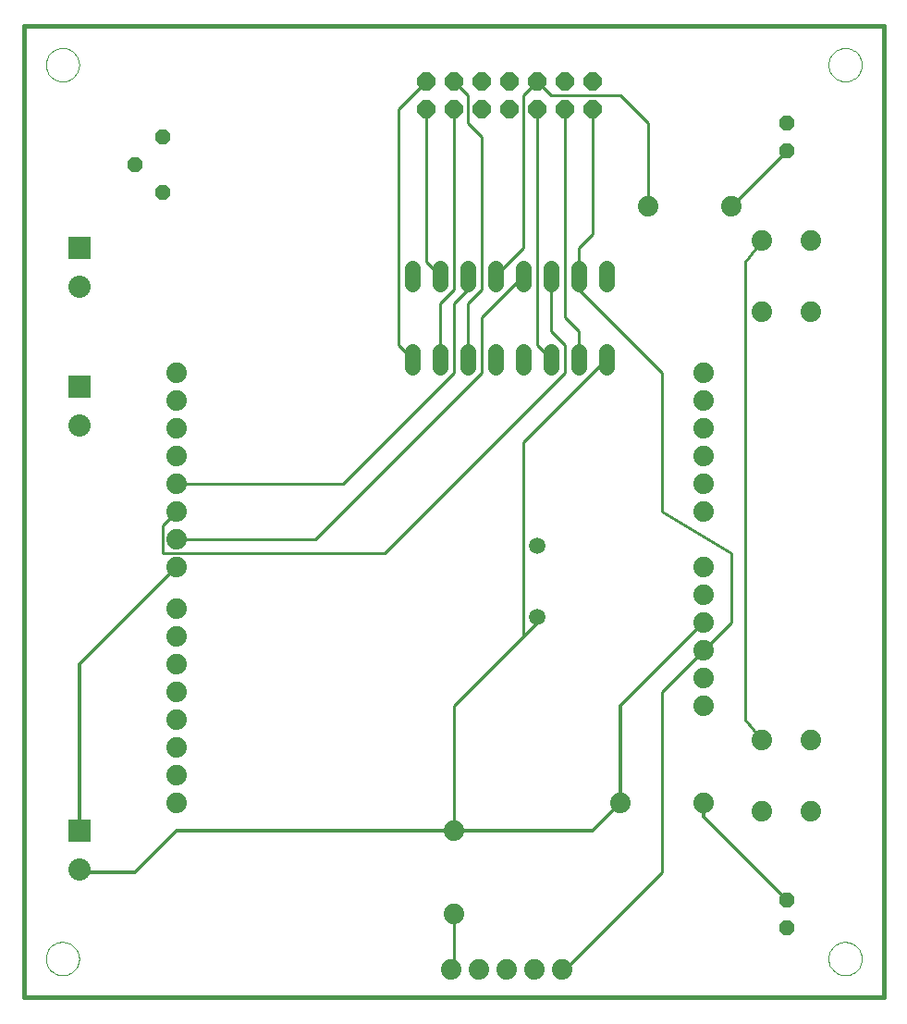
<source format=gtl>
G75*
G70*
%OFA0B0*%
%FSLAX24Y24*%
%IPPOS*%
%LPD*%
%AMOC8*
5,1,8,0,0,1.08239X$1,22.5*
%
%ADD10C,0.0160*%
%ADD11C,0.0740*%
%ADD12R,0.0800X0.0800*%
%ADD13C,0.0800*%
%ADD14OC8,0.0560*%
%ADD15C,0.0594*%
%ADD16C,0.0560*%
%ADD17OC8,0.0640*%
%ADD18C,0.0000*%
%ADD19C,0.0100*%
%ADD20C,0.0120*%
D10*
X000181Y000189D02*
X031181Y000189D01*
X031181Y035189D01*
X000181Y035189D01*
X000181Y000189D01*
D11*
X005681Y007189D03*
X005681Y008189D03*
X005681Y009189D03*
X005681Y010189D03*
X005681Y011189D03*
X005681Y012189D03*
X005681Y013189D03*
X005681Y014189D03*
X005681Y015689D03*
X005681Y016689D03*
X005681Y017689D03*
X005681Y018689D03*
X005681Y019689D03*
X005681Y020689D03*
X005681Y021689D03*
X005681Y022689D03*
X015681Y006189D03*
X015681Y003189D03*
X015575Y001189D03*
X016575Y001189D03*
X017575Y001189D03*
X018575Y001189D03*
X019575Y001189D03*
X021681Y007189D03*
X024681Y007189D03*
X026791Y006909D03*
X028571Y006909D03*
X028571Y009469D03*
X026791Y009469D03*
X024681Y010689D03*
X024681Y011689D03*
X024681Y012689D03*
X024681Y013689D03*
X024681Y014689D03*
X024681Y015689D03*
X024681Y017689D03*
X024681Y018689D03*
X024681Y019689D03*
X024681Y020689D03*
X024681Y021689D03*
X024681Y022689D03*
X026791Y024909D03*
X028571Y024909D03*
X028571Y027469D03*
X026791Y027469D03*
X025681Y028689D03*
X022681Y028689D03*
D12*
X002181Y027189D03*
X002181Y022189D03*
X002181Y006189D03*
D13*
X002181Y004811D03*
X002181Y020811D03*
X002181Y025811D03*
D14*
X005181Y029189D03*
X004181Y030189D03*
X005181Y031189D03*
X027681Y030689D03*
X027681Y031689D03*
X027681Y003689D03*
X027681Y002689D03*
D15*
X018681Y013910D03*
X018681Y016469D03*
D16*
X018181Y022909D02*
X018181Y023469D01*
X017181Y023469D02*
X017181Y022909D01*
X016181Y022909D02*
X016181Y023469D01*
X015181Y023469D02*
X015181Y022909D01*
X014181Y022909D02*
X014181Y023469D01*
X014181Y025909D02*
X014181Y026469D01*
X015181Y026469D02*
X015181Y025909D01*
X016181Y025909D02*
X016181Y026469D01*
X017181Y026469D02*
X017181Y025909D01*
X018181Y025909D02*
X018181Y026469D01*
X019181Y026469D02*
X019181Y025909D01*
X020181Y025909D02*
X020181Y026469D01*
X021181Y026469D02*
X021181Y025909D01*
X021181Y023469D02*
X021181Y022909D01*
X020181Y022909D02*
X020181Y023469D01*
X019181Y023469D02*
X019181Y022909D01*
D17*
X018681Y032189D03*
X017681Y032189D03*
X016681Y032189D03*
X015681Y032189D03*
X014681Y032189D03*
X014681Y033189D03*
X015681Y033189D03*
X016681Y033189D03*
X017681Y033189D03*
X018681Y033189D03*
X019681Y033189D03*
X019681Y032189D03*
X020681Y032189D03*
X020681Y033189D03*
D18*
X029188Y033796D02*
X029190Y033845D01*
X029196Y033893D01*
X029206Y033941D01*
X029220Y033988D01*
X029237Y034034D01*
X029258Y034078D01*
X029283Y034120D01*
X029311Y034160D01*
X029343Y034198D01*
X029377Y034233D01*
X029414Y034265D01*
X029453Y034294D01*
X029495Y034320D01*
X029539Y034342D01*
X029584Y034360D01*
X029631Y034375D01*
X029678Y034386D01*
X029727Y034393D01*
X029776Y034396D01*
X029825Y034395D01*
X029873Y034390D01*
X029922Y034381D01*
X029969Y034368D01*
X030015Y034351D01*
X030059Y034331D01*
X030102Y034307D01*
X030143Y034280D01*
X030181Y034249D01*
X030217Y034216D01*
X030249Y034180D01*
X030279Y034141D01*
X030306Y034100D01*
X030329Y034056D01*
X030348Y034011D01*
X030364Y033965D01*
X030376Y033918D01*
X030384Y033869D01*
X030388Y033820D01*
X030388Y033772D01*
X030384Y033723D01*
X030376Y033674D01*
X030364Y033627D01*
X030348Y033581D01*
X030329Y033536D01*
X030306Y033492D01*
X030279Y033451D01*
X030249Y033412D01*
X030217Y033376D01*
X030181Y033343D01*
X030143Y033312D01*
X030102Y033285D01*
X030059Y033261D01*
X030015Y033241D01*
X029969Y033224D01*
X029922Y033211D01*
X029873Y033202D01*
X029825Y033197D01*
X029776Y033196D01*
X029727Y033199D01*
X029678Y033206D01*
X029631Y033217D01*
X029584Y033232D01*
X029539Y033250D01*
X029495Y033272D01*
X029453Y033298D01*
X029414Y033327D01*
X029377Y033359D01*
X029343Y033394D01*
X029311Y033432D01*
X029283Y033472D01*
X029258Y033514D01*
X029237Y033558D01*
X029220Y033604D01*
X029206Y033651D01*
X029196Y033699D01*
X029190Y033747D01*
X029188Y033796D01*
X000975Y033796D02*
X000977Y033845D01*
X000983Y033893D01*
X000993Y033941D01*
X001007Y033988D01*
X001024Y034034D01*
X001045Y034078D01*
X001070Y034120D01*
X001098Y034160D01*
X001130Y034198D01*
X001164Y034233D01*
X001201Y034265D01*
X001240Y034294D01*
X001282Y034320D01*
X001326Y034342D01*
X001371Y034360D01*
X001418Y034375D01*
X001465Y034386D01*
X001514Y034393D01*
X001563Y034396D01*
X001612Y034395D01*
X001660Y034390D01*
X001709Y034381D01*
X001756Y034368D01*
X001802Y034351D01*
X001846Y034331D01*
X001889Y034307D01*
X001930Y034280D01*
X001968Y034249D01*
X002004Y034216D01*
X002036Y034180D01*
X002066Y034141D01*
X002093Y034100D01*
X002116Y034056D01*
X002135Y034011D01*
X002151Y033965D01*
X002163Y033918D01*
X002171Y033869D01*
X002175Y033820D01*
X002175Y033772D01*
X002171Y033723D01*
X002163Y033674D01*
X002151Y033627D01*
X002135Y033581D01*
X002116Y033536D01*
X002093Y033492D01*
X002066Y033451D01*
X002036Y033412D01*
X002004Y033376D01*
X001968Y033343D01*
X001930Y033312D01*
X001889Y033285D01*
X001846Y033261D01*
X001802Y033241D01*
X001756Y033224D01*
X001709Y033211D01*
X001660Y033202D01*
X001612Y033197D01*
X001563Y033196D01*
X001514Y033199D01*
X001465Y033206D01*
X001418Y033217D01*
X001371Y033232D01*
X001326Y033250D01*
X001282Y033272D01*
X001240Y033298D01*
X001201Y033327D01*
X001164Y033359D01*
X001130Y033394D01*
X001098Y033432D01*
X001070Y033472D01*
X001045Y033514D01*
X001024Y033558D01*
X001007Y033604D01*
X000993Y033651D01*
X000983Y033699D01*
X000977Y033747D01*
X000975Y033796D01*
X000975Y001583D02*
X000977Y001632D01*
X000983Y001680D01*
X000993Y001728D01*
X001007Y001775D01*
X001024Y001821D01*
X001045Y001865D01*
X001070Y001907D01*
X001098Y001947D01*
X001130Y001985D01*
X001164Y002020D01*
X001201Y002052D01*
X001240Y002081D01*
X001282Y002107D01*
X001326Y002129D01*
X001371Y002147D01*
X001418Y002162D01*
X001465Y002173D01*
X001514Y002180D01*
X001563Y002183D01*
X001612Y002182D01*
X001660Y002177D01*
X001709Y002168D01*
X001756Y002155D01*
X001802Y002138D01*
X001846Y002118D01*
X001889Y002094D01*
X001930Y002067D01*
X001968Y002036D01*
X002004Y002003D01*
X002036Y001967D01*
X002066Y001928D01*
X002093Y001887D01*
X002116Y001843D01*
X002135Y001798D01*
X002151Y001752D01*
X002163Y001705D01*
X002171Y001656D01*
X002175Y001607D01*
X002175Y001559D01*
X002171Y001510D01*
X002163Y001461D01*
X002151Y001414D01*
X002135Y001368D01*
X002116Y001323D01*
X002093Y001279D01*
X002066Y001238D01*
X002036Y001199D01*
X002004Y001163D01*
X001968Y001130D01*
X001930Y001099D01*
X001889Y001072D01*
X001846Y001048D01*
X001802Y001028D01*
X001756Y001011D01*
X001709Y000998D01*
X001660Y000989D01*
X001612Y000984D01*
X001563Y000983D01*
X001514Y000986D01*
X001465Y000993D01*
X001418Y001004D01*
X001371Y001019D01*
X001326Y001037D01*
X001282Y001059D01*
X001240Y001085D01*
X001201Y001114D01*
X001164Y001146D01*
X001130Y001181D01*
X001098Y001219D01*
X001070Y001259D01*
X001045Y001301D01*
X001024Y001345D01*
X001007Y001391D01*
X000993Y001438D01*
X000983Y001486D01*
X000977Y001534D01*
X000975Y001583D01*
X029188Y001583D02*
X029190Y001632D01*
X029196Y001680D01*
X029206Y001728D01*
X029220Y001775D01*
X029237Y001821D01*
X029258Y001865D01*
X029283Y001907D01*
X029311Y001947D01*
X029343Y001985D01*
X029377Y002020D01*
X029414Y002052D01*
X029453Y002081D01*
X029495Y002107D01*
X029539Y002129D01*
X029584Y002147D01*
X029631Y002162D01*
X029678Y002173D01*
X029727Y002180D01*
X029776Y002183D01*
X029825Y002182D01*
X029873Y002177D01*
X029922Y002168D01*
X029969Y002155D01*
X030015Y002138D01*
X030059Y002118D01*
X030102Y002094D01*
X030143Y002067D01*
X030181Y002036D01*
X030217Y002003D01*
X030249Y001967D01*
X030279Y001928D01*
X030306Y001887D01*
X030329Y001843D01*
X030348Y001798D01*
X030364Y001752D01*
X030376Y001705D01*
X030384Y001656D01*
X030388Y001607D01*
X030388Y001559D01*
X030384Y001510D01*
X030376Y001461D01*
X030364Y001414D01*
X030348Y001368D01*
X030329Y001323D01*
X030306Y001279D01*
X030279Y001238D01*
X030249Y001199D01*
X030217Y001163D01*
X030181Y001130D01*
X030143Y001099D01*
X030102Y001072D01*
X030059Y001048D01*
X030015Y001028D01*
X029969Y001011D01*
X029922Y000998D01*
X029873Y000989D01*
X029825Y000984D01*
X029776Y000983D01*
X029727Y000986D01*
X029678Y000993D01*
X029631Y001004D01*
X029584Y001019D01*
X029539Y001037D01*
X029495Y001059D01*
X029453Y001085D01*
X029414Y001114D01*
X029377Y001146D01*
X029343Y001181D01*
X029311Y001219D01*
X029283Y001259D01*
X029258Y001301D01*
X029237Y001345D01*
X029220Y001391D01*
X029206Y001438D01*
X029196Y001486D01*
X029190Y001534D01*
X029188Y001583D01*
D19*
X023181Y004689D02*
X019681Y001189D01*
X019575Y001189D01*
X023181Y004689D02*
X023181Y011189D01*
X024681Y012689D01*
X025681Y013689D01*
X025681Y016189D01*
X023181Y017689D01*
X023181Y022689D01*
X020181Y025689D01*
X020181Y026189D01*
X020181Y027189D01*
X020681Y027689D01*
X020681Y032189D01*
X019681Y032189D02*
X019681Y024689D01*
X020181Y024189D01*
X020181Y023189D01*
X019681Y022689D02*
X013181Y016189D01*
X005181Y016189D01*
X005181Y017189D01*
X005681Y017689D01*
X005681Y018689D02*
X011681Y018689D01*
X015681Y022689D01*
X015681Y025189D01*
X016181Y025689D01*
X016181Y026189D01*
X015681Y025689D02*
X015681Y032189D01*
X016181Y031689D02*
X016181Y032689D01*
X015681Y033189D01*
X014681Y033189D02*
X013681Y032189D01*
X013681Y023689D01*
X014181Y023189D01*
X015181Y023189D02*
X015181Y025189D01*
X015681Y025689D01*
X015181Y026189D02*
X014681Y026689D01*
X014681Y032189D01*
X016181Y031689D02*
X016681Y031189D01*
X016681Y025689D01*
X016181Y025189D01*
X016181Y023189D01*
X016681Y022689D02*
X011681Y017689D01*
X010681Y016689D01*
X005681Y016689D01*
X015681Y010689D02*
X015681Y006189D01*
X015681Y003189D02*
X015681Y001189D01*
X015575Y001189D01*
X015681Y010689D02*
X018181Y013189D01*
X018181Y020189D01*
X021181Y023189D01*
X019681Y022689D02*
X019681Y023689D01*
X019181Y024189D01*
X019181Y026189D01*
X018181Y026189D02*
X016681Y024689D01*
X016681Y022689D01*
X018681Y023689D02*
X018681Y032189D01*
X018181Y032689D02*
X018681Y033189D01*
X019181Y032689D01*
X021681Y032689D01*
X022681Y031689D01*
X022681Y028689D01*
X025681Y028689D02*
X027681Y030689D01*
X026791Y027469D02*
X026181Y026689D01*
X026181Y010189D01*
X026791Y009469D01*
X018681Y013689D02*
X018681Y013910D01*
X018681Y013689D02*
X018181Y013189D01*
X019181Y023189D02*
X018681Y023689D01*
X017181Y026189D02*
X018181Y027189D01*
X018181Y032689D01*
D20*
X005681Y015689D02*
X002181Y012189D01*
X002181Y006189D01*
X002181Y004811D02*
X002181Y004689D01*
X004181Y004689D01*
X005681Y006189D01*
X015681Y006189D01*
X020681Y006189D01*
X021681Y007189D01*
X021681Y010689D01*
X024681Y013689D01*
X024681Y007189D02*
X024681Y006689D01*
X027681Y003689D01*
M02*

</source>
